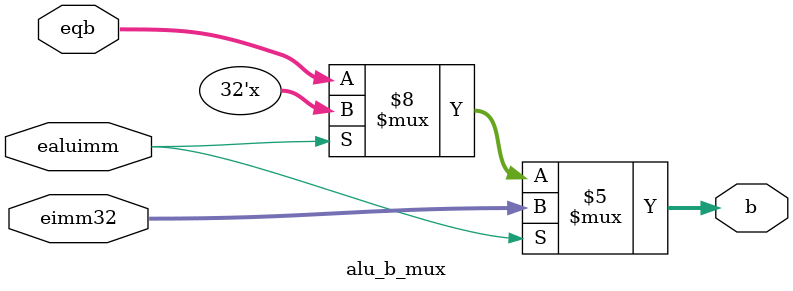
<source format=v>
`timescale 1ns / 1ps

module alu_b_mux(
    input [31:0] eqb,
    input [31:0] eimm32,
    input ealuimm,
    output reg [31:0] b
);
   always @(*)
       begin
          if(ealuimm == 0)
            begin
                b = eqb;
            end
          if(ealuimm == 1)
            begin
                b = eimm32;
            end
        end
endmodule

</source>
